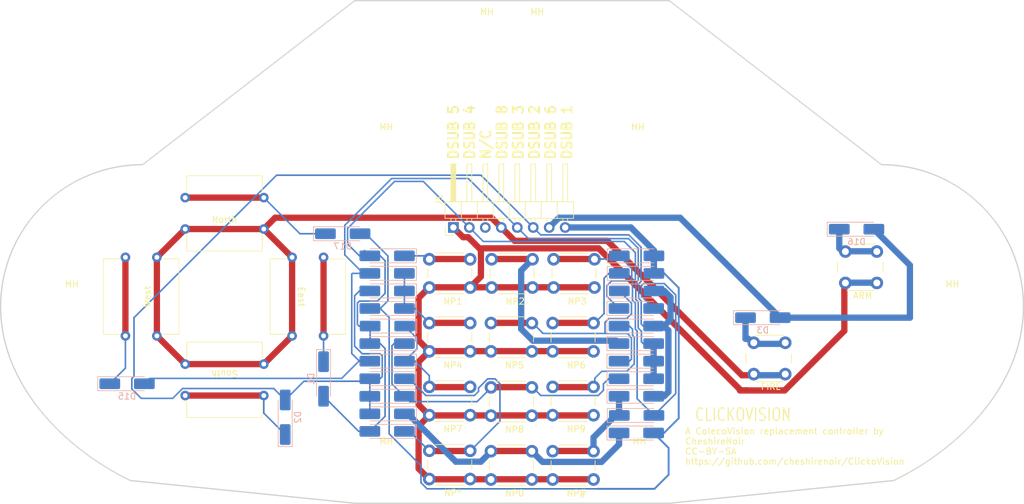
<source format=kicad_pcb>
(kicad_pcb (version 20240108) (generator "pcbnew") (generator_version "8.0")
  (layers (0 "F.Cu" signal) (31 "B.Cu" signal) (34 "B.Paste" user) (35 "F.Paste" user) (36 "B.SilkS" user "B.Silkscreen") (37 "F.SilkS" user "F.Silkscreen") (38 "B.Mask" user) (39 "F.Mask" user) (44 "Edge.Cuts" user))
  (net 0 "")
  (net 1 "Net-(D1-K)")
  (net 2 "/BLACK(DIN4)")
  (net 3 "Net-(D2-K)")
  (net 4 "/GREY(DIN2)")
  (net 5 "/YELLOW(DIN6)")
  (net 6 "Net-(D3-K)")
  (net 7 "Net-(D4-K)")
  (net 8 "Net-(D18-K)")
  (net 9 "Net-(D20-K)")
  (net 10 "/BROWN(DIN3)")
  (net 11 "Net-(D21-K)")
  (net 12 "Net-(D8-K)")
  (net 13 "Net-(D22-K)")
  (net 14 "Net-(D10-K)")
  (net 15 "Net-(D11-K)")
  (net 16 "Net-(D12-K)")
  (net 17 "/ORANGE(DIN1)")
  (net 18 "Net-(D13-K)")
  (net 19 "Net-(D14-K)")
  (net 20 "Net-(D15-K)")
  (net 21 "Net-(D16-K)")
  (net 22 "Net-(D17-K)")
  (net 23 "Net-(D27-K)")
  (net 24 "/WHITE(DIN8)")
  (net 26 "/RED(DIN5)")
  (footprint "CheshBits:DPadSwitch" (layer "F.Cu") (at 83.014 102.462 90)
    (property "Reference" "SW4" (hide yes))
    (property "Value" "West")
  )
  (footprint "CheshBits:SW_PUSH_4pin_6mm" (layer "F.Cu") (at 128.83 116.84)
    (property "Reference" "SW13" (hide yes))
    (property "Value" "NP7")
  )
  (footprint "Connector_PinHeader_2.54mm:PinHeader_1x08_P2.54mm_Horizontal" (layer "F.Cu") (at 132.655 91.461 90)
    (property "Reference" "J1")
    (property "Value" "Conn_01x08_Pin")
  )
  (footprint "CheshBits:SW_PUSH_4pin_6mm" (layer "F.Cu") (at 138.635 106.68)
    (property "Reference" "SW11" (hide yes))
    (property "Value" "NP5")
  )
  (footprint "CheshBits:SnapActionSwitch" (layer "F.Cu") (at 179.42 109.808)
    (property "Reference" "SW6" (hide yes))
    (property "Value" "FIRE")
  )
  (footprint "MountingHole:MountingHole_3.2mm_M3_DIN965" (layer "F.Cu") (at 71.986 104.286)
    (property "Reference" "MH")
    (property "Value" "M3")
  )
  (footprint "MountingHole:MountingHole_3.2mm_M3_DIN965" (layer "F.Cu") (at 145.986 60.96)
    (property "Reference" "MH")
    (property "Value" "M3")
  )
  (footprint "CheshBits:SW_PUSH_4pin_6mm" (layer "F.Cu") (at 128.83 127)
    (property "Reference" "SW16" (hide yes))
    (property "Value" "NP*")
  )
  (footprint "CheshBits:SW_PUSH_4pin_6mm" (layer "F.Cu") (at 128.83 96.52)
    (property "Reference" "SW7" (hide yes))
    (property "Value" "NP1")
  )
  (footprint "MountingHole:MountingHole_3.2mm_M3_DIN965" (layer "F.Cu") (at 137.986 60.96)
    (property "Reference" "MH")
    (property "Value" "M3")
  )
  (footprint "CheshBits:DPadSwitch" (layer "F.Cu") (at 96.264 115.712 180)
    (property "Reference" "SW2" (hide yes))
    (property "Value" "South")
  )
  (footprint "CheshBits:SnapActionSwitch" (layer "F.Cu") (at 193.983 95.29)
    (property "Reference" "SW5" (hide yes))
    (property "Value" "ARM")
  )
  (footprint "CheshBits:SW_PUSH_4pin_6mm" (layer "F.Cu") (at 148.44 106.68)
    (property "Reference" "SW12" (hide yes))
    (property "Value" "NP6")
  )
  (footprint "CheshBits:SW_PUSH_4pin_6mm" (layer "F.Cu") (at 148.44 127.072)
    (property "Reference" "SW18" (hide yes))
    (property "Value" "NP#")
  )
  (footprint "CheshBits:SW_PUSH_4pin_6mm" (layer "F.Cu") (at 128.83 106.68)
    (property "Reference" "SW10" (hide yes))
    (property "Value" "NP4")
  )
  (footprint "CheshBits:SW_PUSH_4pin_6mm" (layer "F.Cu") (at 138.736 96.52)
    (property "Reference" "SW8" (hide yes))
    (property "Value" "NP2")
  )
  (footprint "MountingHole:MountingHole_3.2mm_M3_DIN965" (layer "F.Cu") (at 211.986 104.286)
    (property "Reference" "MH")
    (property "Value" "M3")
  )
  (footprint "CheshBits:SW_PUSH_4pin_6mm" (layer "F.Cu") (at 138.635 127.072)
    (property "Reference" "SW17" (hide yes))
    (property "Value" "NP0")
  )
  (footprint "MountingHole:MountingHole_3.2mm_M3_DIN965" (layer "F.Cu") (at 121.986 129.286)
    (property "Reference" "MH")
    (property "Value" "M3")
  )
  (footprint "CheshBits:SW_PUSH_4pin_6mm" (layer "F.Cu") (at 148.44 116.84)
    (property "Reference" "SW15" (hide yes))
    (property "Value" "NP9")
  )
  (footprint "CheshBits:SW_PUSH_4pin_6mm" (layer "F.Cu") (at 138.635 116.912)
    (property "Reference" "SW14" (hide yes))
    (property "Value" "NP8")
  )
  (footprint "CheshBits:DPadSwitch" (layer "F.Cu") (at 96.264 89.212)
    (property "Reference" "SW1" (hide yes))
    (property "Value" "North")
  )
  (footprint "CheshBits:SW_PUSH_4pin_6mm" (layer "F.Cu") (at 148.59 96.52)
    (property "Reference" "SW9" (hide yes))
    (property "Value" "NP3")
  )
  (footprint "MountingHole:MountingHole_3.2mm_M3_DIN965" (layer "F.Cu") (at 162.24 129.286)
    (property "Reference" "MH")
    (property "Value" "M3")
  )
  (footprint "MountingHole:MountingHole_3.2mm_M3_DIN965" (layer "F.Cu") (at 121.986 79.286)
    (property "Reference" "MH")
    (property "Value" "M3")
  )
  (footprint "CheshBits:DPadSwitch" (layer "F.Cu") (at 109.514 102.462 -90)
    (property "Reference" "SW3" (hide yes))
    (property "Value" "East")
  )
  (footprint "MountingHole:MountingHole_3.2mm_M3_DIN965" (layer "F.Cu") (at 161.986 79.286)
    (property "Reference" "MH")
    (property "Value" "M3")
  )
  (footprint "Diode_SMD:D_MiniMELF_Handsoldering" (layer "B.Cu") (at 161.79 95.976)
    (property "Reference" "D26" (hide yes))
    (property "Value" "1N4148")
  )
  (footprint "Diode_SMD:D_MiniMELF_Handsoldering" (layer "B.Cu") (at 80.772 116.332)
    (property "Reference" "D15")
    (property "Value" "1N4148")
  )
  (footprint "Diode_SMD:D_MiniMELF_Handsoldering" (layer "B.Cu") (at 122.122 95.976 180)
    (property "Reference" "D4" (hide yes))
    (property "Value" "1N4148")
  )
  (footprint "Diode_SMD:D_MiniMELF_Handsoldering" (layer "B.Cu") (at 122.122 98.77 180)
    (property "Reference" "D18" (hide yes))
    (property "Value" "1N4148")
  )
  (footprint "Diode_SMD:D_MiniMELF_Handsoldering" (layer "B.Cu") (at 161.79 101.564)
    (property "Reference" "D9" (hide yes))
    (property "Value" "1N4148")
  )
  (footprint "Diode_SMD:D_MiniMELF_Handsoldering" (layer "B.Cu") (at 161.79 98.77)
    (property "Reference" "D13" (hide yes))
    (property "Value" "1N4148")
  )
  (footprint "Diode_SMD:D_MiniMELF_Handsoldering" (layer "B.Cu") (at 161.746 109.946)
    (property "Reference" "D8" (hide yes))
    (property "Value" "1N4148")
  )
  (footprint "Diode_SMD:D_MiniMELF_Handsoldering" (layer "B.Cu") (at 161.746 118.328)
    (property "Reference" "D28" (hide yes))
    (property "Value" "1N4148")
  )
  (footprint "Diode_SMD:D_MiniMELF_Handsoldering" (layer "B.Cu") (at 122.122 112.74 180)
    (property "Reference" "D6" (hide yes))
    (property "Value" "1N4148")
  )
  (footprint "Diode_SMD:D_MiniMELF_Handsoldering" (layer "B.Cu") (at 161.746 104.358)
    (property "Reference" "D12" (hide yes))
    (property "Value" "1N4148")
  )
  (footprint "Diode_SMD:D_MiniMELF_Handsoldering" (layer "B.Cu") (at 122.122 118.328 180)
    (property "Reference" "D24" (hide yes))
    (property "Value" "1N4148")
  )
  (footprint "Diode_SMD:D_MiniMELF_Handsoldering" (layer "B.Cu") (at 122.122 115.534 180)
    (property "Reference" "D7" (hide yes))
    (property "Value" "1N4148")
  )
  (footprint "Diode_SMD:D_MiniMELF_Handsoldering" (layer "B.Cu") (at 112.014 115.57 -90)
    (property "Reference" "D1")
    (property "Value" "1N4148")
  )
  (footprint "Diode_SMD:D_MiniMELF_Handsoldering" (layer "B.Cu") (at 122.122 101.564 180)
    (property "Reference" "D5" (hide yes))
    (property "Value" "1N4148")
  )
  (footprint "Diode_SMD:D_MiniMELF_Handsoldering" (layer "B.Cu") (at 105.918 121.666 90)
    (property "Reference" "D2")
    (property "Value" "1N4148")
  )
  (footprint "Diode_SMD:D_MiniMELF_Handsoldering" (layer "B.Cu") (at 161.746 107.152)
    (property "Reference" "D27" (hide yes))
    (property "Value" "1N4148")
  )
  (footprint "Diode_SMD:D_MiniMELF_Handsoldering" (layer "B.Cu") (at 122.122 123.916 180)
    (property "Reference" "D21" (hide yes))
    (property "Value" "1N4148")
  )
  (footprint "Diode_SMD:D_MiniMELF_Handsoldering" (layer "B.Cu") (at 122.122 109.946 180)
    (property "Reference" "D23" (hide yes))
    (property "Value" "1N4148")
  )
  (footprint "Diode_SMD:D_MiniMELF_Handsoldering" (layer "B.Cu") (at 122.122 104.358 180)
    (property "Reference" "D19" (hide yes))
    (property "Value" "1N4148")
  )
  (footprint "Diode_SMD:D_MiniMELF_Handsoldering" (layer "B.Cu") (at 122.166 107.152 180)
    (property "Reference" "D20" (hide yes))
    (property "Value" "1N4148")
  )
  (footprint "Diode_SMD:D_MiniMELF_Handsoldering" (layer "B.Cu") (at 181.854 105.818)
    (property "Reference" "D3")
    (property "Value" "1N4148")
  )
  (footprint "Diode_SMD:D_MiniMELF_Handsoldering" (layer "B.Cu") (at 161.79 121.376)
    (property "Reference" "D14" (hide yes))
    (property "Value" "1N4148")
  )
  (footprint "Diode_SMD:D_MiniMELF_Handsoldering" (layer "B.Cu") (at 161.745 115.534)
    (property "Reference" "D10" (hide yes))
    (property "Value" "1N4148")
  )
  (footprint "Diode_SMD:D_MiniMELF_Handsoldering" (layer "B.Cu") (at 161.746 124.17)
    (property "Reference" "D25" (hide yes))
    (property "Value" "1N4148")
  )
  (footprint "Diode_SMD:D_MiniMELF_Handsoldering" (layer "B.Cu") (at 196.7633 91.738)
    (property "Reference" "D16")
    (property "Value" "1N4148")
  )
  (footprint "Diode_SMD:D_MiniMELF_Handsoldering" (layer "B.Cu") (at 115.062 92.456)
    (property "Reference" "D17")
    (property "Value" "1N4148")
  )
  (footprint "Diode_SMD:D_MiniMELF_Handsoldering" (layer "B.Cu") (at 161.746 112.74)
    (property "Reference" "D22" (hide yes))
    (property "Value" "1N4148")
  )
  (footprint "Diode_SMD:D_MiniMELF_Handsoldering" (layer "B.Cu") (at 122.122 121.122 180)
    (property "Reference" "D11" (hide yes))
    (property "Value" "1N4148")
  )
  (gr_line (start 166.986 135.3523) (end 116.986 135.3523) (stroke (width 0.2)) (layer "Edge.Cuts"))
  (gr_curve (pts (xy 202.6993 131.7341) (xy 213.1932 126.6259) (xy 223.3016 116.5175) (xy 223.3016 104.0481)) (stroke (width 0.2)) (layer "Edge.Cuts"))
  (gr_line (start 83.2482 81.4703) (end 116.986 55.358) (stroke (width 0.2)) (layer "Edge.Cuts"))
  (gr_line (start 116.986 55.358) (end 166.986 55.358) (stroke (width 0.2)) (layer "Edge.Cuts"))
  (gr_line (start 116.986 135.3523) (end 81.2727 131.7341) (stroke (width 0.2)) (layer "Edge.Cuts"))
  (gr_line (start 200.7238 81.4703) (end 166.986 55.358) (stroke (width 0.2)) (layer "Edge.Cuts"))
  (gr_curve (pts (xy 81.2727 131.7341) (xy 70.7788 126.6259) (xy 60.6704 116.5175) (xy 60.6704 104.0481)) (stroke (width 0.2)) (layer "Edge.Cuts"))
  (gr_curve (pts (xy 60.6704 104.0481) (xy 60.6704 91.5787) (xy 70.7788 81.4703) (xy 83.2482 81.4703)) (stroke (width 0.2)) (layer "Edge.Cuts"))
  (gr_line (start 166.986 135.3523) (end 202.6993 131.7341) (stroke (width 0.2)) (layer "Edge.Cuts"))
  (gr_curve (pts (xy 223.3016 104.0481) (xy 223.3016 91.5787) (xy 213.1932 81.4703) (xy 200.7238 81.4703)) (stroke (width 0.2)) (layer "Edge.Cuts"))
  (gr_text "A ColecoVision replacement controller by\nCheshireNoir\nCC-BY-SA\nhttps://github.com/cheshirenoir/ClickoVision" (at 169.418 129.286 0) (layer "F.SilkS") (effects (font (size 1 1)) (justify left bottom)))
  (gr_text "CLICKOVISION" (at 170.942 122.428 0) (layer "F.SilkS") (effects (font (size 2 1.5) (thickness 0.2)) (justify left bottom)))
  (gr_text "DSUB 5\nDSUB 4\nN/C\nDSUB 8\nDSUB 3\nDSUB 2\nDSUB 6\nDSUB 1" (at 151.638 80.772 90) (layer "F.SilkS") (effects (font (size 1.6 1.5) (thickness 0.3) (bold yes)) (justify left bottom)))
  (segment (start 112.014 96.212) (end 112.014 108.712) (width 1) (layer "F.Cu") (net 1))
  (segment (start 112.014 112.82) (end 112.014 108.712) (width 0.25) (layer "B.Cu") (net 1))
  (segment (start 161.871 107.935) (end 161.596 107.66) (width 0.25) (layer "B.Cu") (net 2))
  (segment (start 164.54 121.376) (end 168.009 117.907) (width 0.25) (layer "B.Cu") (net 2))
  (segment (start 161.1351 103.040604) (end 161.1351 100.131396) (width 0.25) (layer "B.Cu") (net 2))
  (segment (start 117.722 95.976) (end 115.837 94.091) (width 0.25) (layer "B.Cu") (net 2))
  (segment (start 137.424 93.69) (end 135.195 91.461) (width 0.25) (layer "B.Cu") (net 2))
  (segment (start 166.1851 100.389) (end 162.8949 100.389) (width 0.25) (layer "B.Cu") (net 2))
  (segment (start 117.61 123.916) (end 119.372 123.916) (width 0.25) (layer "B.Cu") (net 2))
  (segment (start 161.596 107.66) (end 161.596 103.501504) (width 0.25) (layer "B.Cu") (net 2))
  (segment (start 120.5731 103.183) (end 117.7269 103.183) (width 0.25) (layer "B.Cu") (net 2))
  (segment (start 162.565 102.427) (end 164.496 104.358) (width 0.25) (layer "B.Cu") (net 2))
  (segment (start 162.8949 100.389) (end 162.565 100.7189) (width 0.25) (layer "B.Cu") (net 2))
  (segment (start 117.7269 103.183) (end 117.397 103.5129) (width 0.25) (layer "B.Cu") (net 2))
  (segment (start 121.797 121.5171) (end 119.3981 123.916) (width 0.25) (layer "B.Cu") (net 2))
  (segment (start 121.797 96.751) (end 121.797 101.9591) (width 0.25) (layer "B.Cu") (net 2))
  (segment (start 117.397 103.5129) (end 117.397 106.895) (width 0.25) (layer "B.Cu") (net 2))
  (segment (start 119.416 107.152) (end 119.416 109.902) (width 0.25) (layer "B.Cu") (net 2))
  (segment (start 162.565 100.7189) (end 162.565 102.427) (width 0.25) (layer "B.Cu") (net 2))
  (segment (start 168.009 117.907) (end 168.009 102.2129) (width 0.25) (layer "B.Cu") (net 2))
  (segment (start 117.397 106.895) (end 117.654 107.152) (width 0.25) (layer "B.Cu") (net 2))
  (segment (start 115.837 91.6109) (end 123.318 84.1299) (width 0.25) (layer "B.Cu") (net 2))
  (segment (start 121.797 101.9591) (end 120.5731 103.183) (width 0.25) (layer "B.Cu") (net 2))
  (segment (start 119.372 109.946) (end 121.022 109.946) (width 0.25) (layer "B.Cu") (net 2))
  (segment (start 161.596 95.468) (end 159.818 93.69) (width 0.25) (layer "B.Cu") (net 2))
  (segment (start 161.1351 100.131396) (end 161.596 99.670496) (width 0.25) (layer "B.Cu") (net 2))
  (segment (start 119.416 109.902) (end 119.372 109.946) (width 0.25) (layer "B.Cu") (net 2))
  (segment (start 118.522 95.126) (end 119.372 95.976) (width 0.25) (layer "B.Cu") (net 2))
  (segment (start 159.818 93.69) (end 137.424 93.69) (width 0.25) (layer "B.Cu") (net 2))
  (segment (start 168.009 102.2129) (end 166.1851 100.389) (width 0.25) (layer "B.Cu") (net 2))
  (segment (start 161.871 118.707) (end 161.871 107.935) (width 0.25) (layer "B.Cu") (net 2))
  (segment (start 119.372 95.976) (end 117.722 95.976) (width 0.25) (layer "B.Cu") (net 2))
  (segment (start 121.797 110.721) (end 121.797 121.5171) (width 0.25) (layer "B.Cu") (net 2))
  (segment (start 115.837 94.091) (end 115.837 91.6109) (width 0.25) (layer "B.Cu") (net 2))
  (segment (start 127.8639 84.1299) (end 135.195 91.461) (width 0.25) (layer "B.Cu") (net 2))
  (segment (start 117.654 107.152) (end 119.416 107.152) (width 0.25) (layer "B.Cu") (net 2))
  (segment (start 164.54 121.376) (end 161.871 118.707) (width 0.25) (layer "B.Cu") (net 2))
  (segment (start 112.014 118.32) (end 117.61 123.916) (width 0.25) (layer "B.Cu") (net 2))
  (segment (start 119.3981 123.916) (end 119.372 123.916) (width 0.25) (layer "B.Cu") (net 2))
  (segment (start 121.022 95.976) (end 121.797 96.751) (width 0.25) (layer "B.Cu") (net 2))
  (segment (start 161.596 99.670496) (end 161.596 95.468) (width 0.25) (layer "B.Cu") (net 2))
  (segment (start 161.596 103.501504) (end 161.1351 103.040604) (width 0.25) (layer "B.Cu") (net 2))
  (segment (start 121.022 109.946) (end 121.797 110.721) (width 0.25) (layer "B.Cu") (net 2))
  (segment (start 119.372 95.976) (end 121.022 95.976) (width 0.25) (layer "B.Cu") (net 2))
  (segment (start 123.318 84.1299) (end 127.8639 84.1299) (width 0.25) (layer "B.Cu") (net 2))
  (segment (start 90.014 118.212) (end 102.514 118.212) (width 1) (layer "F.Cu") (net 3))
  (segment (start 102.514 121.012) (end 105.918 124.416) (width 0.25) (layer "B.Cu") (net 3))
  (segment (start 102.514 118.212) (end 102.514 121.012) (width 0.25) (layer "B.Cu") (net 3))
  (segment (start 121.347 111.8949) (end 121.347 115.209) (width 0.25) (layer "B.Cu") (net 4))
  (segment (start 166.146 107.152) (end 164.496 107.152) (width 1) (layer "B.Cu") (net 4))
  (segment (start 166.846 107.852) (end 166.146 107.152) (width 1) (layer "B.Cu") (net 4))
  (segment (start 81.534 117.1641) (end 83.032151 118.662251) (width 0.25) (layer "B.Cu") (net 4))
  (segment (start 145.355 91.461) (end 137.037 83.143) (width 0.25) (layer "B.Cu") (net 4))
  (segment (start 162.496 100.043288) (end 162.496 94.587208) (width 0.25) (layer "B.Cu") (net 4))
  (segment (start 119.372 101.564) (end 117.722 101.564) (width 0.25) (layer "B.Cu") (net 4))
  (segment (start 164.54 101.564) (end 166.19 101.564) (width 1) (layer "B.Cu") (net 4))
  (segment (start 167.184 102.558) (end 167.184 106.114) (width 1) (layer "B.Cu") (net 4))
  (segment (start 104.096 117.094) (end 105.918 118.916) (width 0.25) (layer "B.Cu") (net 4))
  (segment (start 162.115 100.424288) (end 162.496 100.043288) (width 0.25) (layer "B.Cu") (net 4))
  (segment (start 118.974 115.932) (end 108.902 115.932) (width 0.25) (layer "B.Cu") (net 4))
  (segment (start 162.496 94.587208) (end 160.544792 92.636) (width 0.25) (layer "B.Cu") (net 4))
  (segment (start 164.496 118.328) (end 166.146 118.328) (width 1) (layer "B.Cu") (net 4))
  (segment (start 104.545749 83.143) (end 81.8769 105.811849) (width 0.25) (layer "B.Cu") (net 4))
  (segment (start 162.521 103.153712) (end 162.115 102.747712) (width 0.25) (layer "B.Cu") (net 4))
  (segment (start 81.8769 105.811849) (end 81.8769 115.157) (width 0.25) (layer "B.Cu") (net 4))
  (segment (start 81.8769 115.157) (end 81.534 115.4999) (width 0.25) (layer "B.Cu") (net 4))
  (segment (start 166.146 118.328) (end 166.846 117.628) (width 1) (layer "B.Cu") (net 4))
  (segment (start 162.115 102.747712) (end 162.115 100.424288) (width 0.25) (layer "B.Cu") (net 4))
  (segment (start 88.026498 118.662251) (end 89.594749 117.094) (width 0.25) (layer "B.Cu") (net 4))
  (segment (start 119.372 115.534) (end 118.974 115.932) (width 0.25) (layer "B.Cu") (net 4))
  (segment (start 81.534 115.4999) (end 81.534 117.1641) (width 0.25) (layer "B.Cu") (net 4))
  (segment (start 89.594749 117.094) (end 104.096 117.094) (width 0.25) (layer "B.Cu") (net 4))
  (segment (start 137.037 83.143) (end 104.545749 83.143) (width 0.25) (layer "B.Cu") (net 4))
  (segment (start 160.544792 92.636) (end 146.53 92.636) (width 0.25) (layer "B.Cu") (net 4))
  (segment (start 166.846 117.628) (end 166.846 107.852) (width 1) (layer "B.Cu") (net 4))
  (segment (start 162.846 107.152) (end 162.521 106.827) (width 0.25) (layer "B.Cu") (net 4))
  (segment (start 116.947 102.339) (end 116.947 110.3411) (width 0.25) (layer "B.Cu") (net 4))
  (segment (start 121.0171 111.565) (end 121.347 111.8949) (width 0.25) (layer "B.Cu") (net 4))
  (segment (start 164.496 107.152) (end 162.846 107.152) (width 0.25) (layer "B.Cu") (net 4))
  (segment (start 116.947 110.3411) (end 118.1709 111.565) (width 0.25) (layer "B.Cu") (net 4))
  (segment (start 121.022 115.534) (end 119.372 115.534) (width 0.25) (layer "B.Cu") (net 4))
  (segment (start 119.372 115.534) (end 119.372 121.122) (width 0.25) (layer "B.Cu") (net 4))
  (segment (start 117.722 101.564) (end 116.947 102.339) (width 0.25) (layer "B.Cu") (net 4))
  (segment (start 146.53 92.636) (end 145.355 91.461) (width 0.25) (layer "B.Cu") (net 4))
  (segment (start 121.347 115.209) (end 121.022 115.534) (width 0.25) (layer "B.Cu") (net 4))
  (segment (start 166.19 101.564) (end 167.184 102.558) (width 1) (layer "B.Cu") (net 4))
  (segment (start 162.521 106.827) (end 162.521 103.153712) (width 0.25) (layer "B.Cu") (net 4))
  (segment (start 167.184 106.114) (end 166.146 107.152) (width 1) (layer "B.Cu") (net 4))
  (segment (start 83.032151 118.662251) (end 88.026498 118.662251) (width 0.25) (layer "B.Cu") (net 4))
  (segment (start 108.902 115.932) (end 105.918 118.916) (width 0.25) (layer "B.Cu") (net 4))
  (segment (start 118.1709 111.565) (end 121.0171 111.565) (width 0.25) (layer "B.Cu") (net 4))
  (segment (start 184.604 105.818) (end 168.697 89.911) (width 1) (layer "B.Cu") (net 5))
  (segment (start 205.2434 105.818) (end 205.2434 97.4681) (width 1) (layer "B.Cu") (net 5))
  (segment (start 168.697 89.911) (end 149.445 89.911) (width 1) (layer "B.Cu") (net 5))
  (segment (start 149.445 89.911) (end 147.895 91.461) (width 1) (layer "B.Cu") (net 5))
  (segment (start 205.2434 97.4681) (end 199.5133 91.738) (width 1) (layer "B.Cu") (net 5))
  (segment (start 184.604 105.818) (end 205.2434 105.818) (width 1) (layer "B.Cu") (net 5))
  (segment (start 180.34 109.982) (end 185.34 109.982) (width 1) (layer "B.Cu") (net 6))
  (segment (start 179.104 105.818) (end 179.104 109.18) (width 1) (layer "B.Cu") (net 6))
  (segment (start 179.538 109.18) (end 180.34 109.982) (width 1) (layer "B.Cu") (net 6))
  (segment (start 179.104 109.18) (end 179.538 109.18) (width 1) (layer "B.Cu") (net 6))
  (segment (start 135.33 96.484) (end 128.83 96.484) (width 1) (layer "F.Cu") (net 7))
  (segment (start 124.872 95.976) (end 128.322 95.976) (width 0.25) (layer "B.Cu") (net 7))
  (segment (start 128.322 95.976) (end 128.83 96.484) (width 0.25) (layer "B.Cu") (net 7))
  (segment (start 135.33 106.644) (end 128.83 106.644) (width 1) (layer "F.Cu") (net 8))
  (segment (start 124.872 98.77) (end 124.872 104.358) (width 0.25) (layer "B.Cu") (net 8))
  (segment (start 126.544 104.358) (end 128.83 106.644) (width 0.25) (layer "B.Cu") (net 8))
  (segment (start 124.872 104.358) (end 126.544 104.358) (width 0.25) (layer "B.Cu") (net 8))
  (segment (start 128.83 116.876) (end 135.33 116.876) (width 1) (layer "F.Cu") (net 9))
  (segment (start 126.847 110.7911) (end 124.8981 112.74) (width 0.25) (layer "B.Cu") (net 9))
  (segment (start 128.83 115.048) (end 128.83 116.876) (width 0.25) (layer "B.Cu") (net 9))
  (segment (start 126.847 109.083) (end 126.847 110.7911) (width 0.25) (layer "B.Cu") (net 9))
  (segment (start 124.872 112.74) (end 126.522 112.74) (width 0.25) (layer "B.Cu") (net 9))
  (segment (start 126.522 112.74) (end 128.83 115.048) (width 0.25) (layer "B.Cu") (net 9))
  (segment (start 124.916 107.152) (end 126.847 109.083) (width 0.25) (layer "B.Cu") (net 9))
  (segment (start 124.8981 112.74) (end 124.872 112.74) (width 0.25) (layer "B.Cu") (net 9))
  (segment (start 114.896 115.482) (end 117.638 112.74) (width 0.25) (layer "B.Cu") (net 10))
  (segment (start 117.722 112.74) (end 116.497 111.515) (width 0.25) (layer "B.Cu") (net 10))
  (segment (start 84.372 115.482) (end 114.896 115.482) (width 0.25) (layer "B.Cu") (net 10))
  (segment (start 116.497 111.515) (end 116.497 98.895) (width 0.25) (layer "B.Cu") (net 10))
  (segment (start 135.024 83.67) (end 122.832 83.67) (width 0.25) (layer "B.Cu") (net 10))
  (segment (start 122.832 83.67) (end 115.387 91.115) (width 0.25) (layer "B.Cu") (net 10))
  (segment (start 162.554 107.981604) (end 162.554 109.654) (width 0.25) (layer "B.Cu") (net 10))
  (segment (start 164.496 109.946) (end 164.496 115.533) (width 1) (layer "B.Cu") (net 10))
  (segment (start 116.497 98.895) (end 116.622 98.77) (width 0.25) (layer "B.Cu") (net 10))
  (segment (start 162.046 107.473604) (end 162.554 107.981604) (width 0.25) (layer "B.Cu") (net 10))
  (segment (start 117.638 112.74) (end 119.372 112.74) (width 0.25) (layer "B.Cu") (net 10))
  (segment (start 116.622 98.77) (end 119.372 98.77) (width 0.25) (layer "B.Cu") (net 10))
  (segment (start 162.046 103.315108) (end 162.046 107.473604) (width 0.25) (layer "B.Cu") (net 10))
  (segment (start 115.387 95.829) (end 118.328 98.77) (width 0.25) (layer "B.Cu") (net 10))
  (segment (start 161.665 100.237892) (end 161.665 102.934108) (width 0.25) (layer "B.Cu") (net 10))
  (segment (start 119.372 112.74) (end 117.722 112.74) (width 0.25) (layer "B.Cu") (net 10))
  (segment (start 164.496 115.533) (end 164.495 115.534) (width 1) (layer "B.Cu") (net 10))
  (segment (start 162.846 109.946) (end 164.496 109.946) (width 0.25) (layer "B.Cu") (net 10))
  (segment (start 135.024 83.67) (end 142.815 91.461) (width 0.25) (layer "B.Cu") (net 10))
  (segment (start 115.387 91.115) (end 115.387 95.829) (width 0.25) (layer "B.Cu") (net 10))
  (segment (start 161.665 102.934108) (end 162.046 103.315108) (width 0.25) (layer "B.Cu") (net 10))
  (segment (start 142.815 91.461) (end 144.594 93.24) (width 0.25) (layer "B.Cu") (net 10))
  (segment (start 144.594 93.24) (end 160.512396 93.24) (width 0.25) (layer "B.Cu") (net 10))
  (segment (start 118.328 98.77) (end 119.372 98.77) (width 0.25) (layer "B.Cu") (net 10))
  (segment (start 162.046 99.856892) (end 161.665 100.237892) (width 0.25) (layer "B.Cu") (net 10))
  (segment (start 160.512396 93.24) (end 162.046 94.773604) (width 0.25) (layer "B.Cu") (net 10))
  (segment (start 162.046 94.773604) (end 162.046 99.856892) (width 0.25) (layer "B.Cu") (net 10))
  (segment (start 83.522 116.332) (end 84.372 115.482) (width 0.25) (layer "B.Cu") (net 10))
  (segment (start 162.554 109.654) (end 162.846 109.946) (width 0.25) (layer "B.Cu") (net 10))
  (segment (start 135.33 127.036) (end 128.83 127.036) (width 1) (layer "F.Cu") (net 11))
  (segment (start 136.652 117.563) (end 136.014 118.201) (width 0.25) (layer "B.Cu") (net 11))
  (segment (start 128.281167 118.201) (end 125.614167 115.534) (width 0.25) (layer "B.Cu") (net 11))
  (segment (start 138.122167 115.551) (end 136.652 117.021167) (width 0.25) (layer "B.Cu") (net 11))
  (segment (start 128.83 127.036) (end 125.71 123.916) (width 0.25) (layer "B.Cu") (net 11))
  (segment (start 125.614167 115.534) (end 124.872 115.534) (width 0.25) (layer "B.Cu") (net 11))
  (segment (start 139.284833 115.551) (end 138.122167 115.551) (width 0.25) (layer "B.Cu") (net 11))
  (segment (start 136.014 118.201) (end 128.281167 118.201) (width 0.25) (layer "B.Cu") (net 11))
  (segment (start 140.061 116.327167) (end 139.284833 115.551) (width 0.25) (layer "B.Cu") (net 11))
  (segment (start 135.33 127.036) (end 140.061 122.305) (width 0.25) (layer "B.Cu") (net 11))
  (segment (start 140.061 122.305) (end 140.061 116.327167) (width 0.25) (layer "B.Cu") (net 11))
  (segment (start 136.652 117.021167) (end 136.652 117.563) (width 0.25) (layer "B.Cu") (net 11))
  (segment (start 125.71 123.916) (end 124.872 123.916) (width 0.25) (layer "B.Cu") (net 11))
  (segment (start 138.736 96.484) (end 145.236 96.484) (width 1) (layer "F.Cu") (net 12))
  (segment (start 143.435 98.321) (end 145.236 96.52) (width 1) (layer "B.Cu") (net 12))
  (segment (start 145.294 109.48) (end 143.435 107.621) (width 1) (layer "B.Cu") (net 12))
  (segment (start 158.996 109.946) (end 158.53 109.48) (width 1) (layer "B.Cu") (net 12))
  (segment (start 143.435 107.621) (end 143.435 98.321) (width 1) (layer "B.Cu") (net 12))
  (segment (start 158.53 109.48) (end 145.294 109.48) (width 1) (layer "B.Cu") (net 12))
  (segment (start 145.236 106.644) (end 138.736 106.644) (width 1) (layer "F.Cu") (net 13))
  (segment (start 146.919 108.327) (end 145.236 106.644) (width 0.25) (layer "B.Cu") (net 13))
  (segment (start 160.646 112.74) (end 160.971 112.415) (width 0.25) (layer "B.Cu") (net 13))
  (segment (start 156.77 108.327) (end 146.919 108.327) (width 0.25) (layer "B.Cu") (net 13))
  (segment (start 160.1971 105.977) (end 157.3509 105.977) (width 0.25) (layer "B.Cu") (net 13))
  (segment (start 160.971 105.2031) (end 160.1971 105.977) (width 0.25) (layer "B.Cu") (net 13))
  (segment (start 158.996 112.74) (end 160.646 112.74) (width 0.25) (layer "B.Cu") (net 13))
  (segment (start 159.04 101.564) (end 159.04 101.5819) (width 0.25) (layer "B.Cu") (net 13))
  (segment (start 160.696 108.8259) (end 160.696 108.697) (width 0.25) (layer "B.Cu") (net 13))
  (segment (start 160.971 103.5129) (end 160.971 105.2031) (width 0.25) (layer "B.Cu") (net 13))
  (segment (start 157.3509 105.977) (end 156.77 106.5579) (width 0.25) (layer "B.Cu") (net 13))
  (segment (start 159.04 101.5819) (end 160.971 103.5129) (width 0.25) (layer "B.Cu") (net 13))
  (segment (start 160.696 108.697) (end 160.326 108.327) (width 0.25) (layer "B.Cu") (net 13))
  (segment (start 160.971 109.1009) (end 160.696 108.8259) (width 0.25) (layer "B.Cu") (net 13))
  (segment (start 156.77 106.5579) (end 156.77 108.327) (width 0.25) (layer "B.Cu") (net 13))
  (segment (start 160.971 112.415) (end 160.971 109.1009) (width 0.25) (layer "B.Cu") (net 13))
  (segment (start 160.326 108.327) (end 156.77 108.327) (width 0.25) (layer "B.Cu") (net 13))
  (segment (start 138.736 116.876) (end 145.236 116.876) (width 1) (layer "F.Cu") (net 14))
  (segment (start 124.8459 118.328) (end 124.872 118.328) (width 0.25) (layer "B.Cu") (net 14))
  (segment (start 156.516 116.363) (end 156.516 117.375833) (width 0.25) (layer "B.Cu") (net 14))
  (segment (start 158.995 115.534) (end 157.345 115.534) (width 0.25) (layer "B.Cu") (net 14))
  (segment (start 124.872 118.328) (end 125.722 119.178) (width 0.25) (layer "B.Cu") (net 14))
  (segment (start 124.872 109.946) (end 123.222 109.946) (width 0.25) (layer "B.Cu") (net 14))
  (segment (start 146.561 118.201) (end 145.236 116.876) (width 0.25) (layer "B.Cu") (net 14))
  (segment (start 125.722 119.178) (end 136.434 119.178) (width 0.25) (layer "B.Cu") (net 14))
  (segment (start 157.345 115.534) (end 156.516 116.363) (width 0.25) (layer "B.Cu") (net 14))
  (segment (start 122.897 116.3791) (end 124.8459 118.328) (width 0.25) (layer "B.Cu") (net 14))
  (segment (start 123.222 109.946) (end 122.897 110.271) (width 0.25) (layer "B.Cu") (net 14))
  (segment (start 156.516 117.375833) (end 155.690833 118.201) (width 0.25) (layer "B.Cu") (net 14))
  (segment (start 136.434 119.178) (end 138.736 116.876) (width 0.25) (layer "B.Cu") (net 14))
  (segment (start 155.690833 118.201) (end 146.561 118.201) (width 0.25) (layer "B.Cu") (net 14))
  (segment (start 122.897 110.271) (end 122.897 116.3791) (width 0.25) (layer "B.Cu") (net 14))
  (segment (start 145.236 127.036) (end 138.736 127.036) (width 1) (layer "F.Cu") (net 15))
  (segment (start 146.835 128.772) (end 145.135 127.072) (width 1) (layer "B.Cu") (net 15))
  (segment (start 138.736 127.036) (end 137.036 128.736) (width 1) (layer "B.Cu") (net 15))
  (segment (start 158.996 124.17) (end 158.996 125.992) (width 1) (layer "B.Cu") (net 15))
  (segment (start 133.04243 128.736) (end 125.42843 121.122) (width 1) (layer "B.Cu") (net 15))
  (segment (start 156.216 128.772) (end 146.835 128.772) (width 1) (layer "B.Cu") (net 15))
  (segment (start 137.036 128.736) (end 133.04243 128.736) (width 1) (layer "B.Cu") (net 15))
  (segment (start 158.996 125.992) (end 156.216 128.772) (width 1) (layer "B.Cu") (net 15))
  (segment (start 125.42843 121.122) (end 124.872 121.122) (width 1) (layer "B.Cu") (net 15))
  (segment (start 148.388 96.484) (end 154.888 96.484) (width 1) (layer "F.Cu") (net 16))
  (segment (start 157.065 102.427) (end 157.065 100.7189) (width 0.25) (layer "B.Cu") (net 16))
  (segment (start 161.015 99.6151) (end 161.015 97.9249) (width 0.25) (layer "B.Cu") (net 16))
  (segment (start 158.548 95.976) (end 158.04 96.484) (width 0.25) (layer "B.Cu") (net 16))
  (segment (start 158.04 96.484) (end 154.888 96.484) (width 0.25) (layer "B.Cu") (net 16))
  (segment (start 160.6851 99.945) (end 161.015 99.6151) (width 0.25) (layer "B.Cu") (net 16))
  (segment (start 159.0661 95.976) (end 159.04 95.976) (width 0.25) (layer "B.Cu") (net 16))
  (segment (start 158.996 104.358) (end 157.065 102.427) (width 0.25) (layer "B.Cu") (net 16))
  (segment (start 159.04 95.976) (end 158.548 95.976) (width 0.25) (layer "B.Cu") (net 16))
  (segment (start 161.015 97.9249) (end 159.0661 95.976) (width 0.25) (layer "B.Cu") (net 16))
  (segment (start 157.8389 99.945) (end 160.6851 99.945) (width 0.25) (layer "B.Cu") (net 16))
  (segment (start 157.065 100.7189) (end 157.8389 99.945) (width 0.25) (layer "B.Cu") (net 16))
  (segment (start 164.54 98.77) (end 166.19 98.77) (width 0.3) (layer "B.Cu") (net 17))
  (segment (start 128.480167 133.06) (end 155.606 133.06) (width 0.25) (layer "B.Cu") (net 17))
  (segment (start 121.022 104.358) (end 122.247 103.133) (width 0.25) (layer "B.Cu") (net 17))
  (segment (start 122.247 103.133) (end 122.247 95.997) (width 0.25) (layer "B.Cu") (net 17))
  (segment (start 164.54 95.976) (end 164.54 98.77) (width 1) (layer "B.Cu") (net 17))
  (segment (start 122.447 105.783) (end 122.447 124.3111) (width 0.25) (layer "B.Cu") (net 17))
  (segment (start 168.484 121.832) (end 166.146 124.17) (width 0.3) (layer "B.Cu") (net 17))
  (segment (start 166.19 98.77) (end 168.484 101.064) (width 0.3) (layer "B.Cu") (net 17))
  (segment (start 164.54 95.126) (end 160.875 91.461) (width 1) (layer "B.Cu") (net 17))
  (segment (start 166.878 126.552) (end 166.878 130.81) (width 0.3) (layer "B.Cu") (net 17))
  (segment (start 160.875 91.461) (end 150.435 91.461) (width 1) (layer "B.Cu") (net 17))
  (segment (start 127.505 132.084833) (end 128.480167 133.06) (width 0.25) (layer "B.Cu") (net 17))
  (segment (start 122.447 124.3111) (end 127.505 129.3691) (width 0.25) (layer "B.Cu") (net 17))
  (segment (start 164.496 124.17) (end 166.878 126.552) (width 0.3) (layer "B.Cu") (net 17))
  (segment (start 164.628 133.06) (end 155.606 133.06) (width 0.3) (layer "B.Cu") (net 17))
  (segment (start 118.706 92.456) (end 117.812 92.456) (width 0.25) (layer "B.Cu") (net 17))
  (segment (start 166.146 124.17) (end 164.496 124.17) (width 0.3) (layer "B.Cu") (net 17))
  (segment (start 127.505 129.3691) (end 127.505 132.084833) (width 0.25) (layer "B.Cu") (net 17))
  (segment (start 121.022 104.358) (end 119.372 104.358) (width 0.25) (layer "B.Cu") (net 17))
  (segment (start 166.878 130.81) (end 164.628 133.06) (width 0.3) (layer "B.Cu") (net 17))
  (segment (start 168.484 101.064) (end 168.484 121.832) (width 0.3) (layer "B.Cu") (net 17))
  (segment (start 121.022 104.358) (end 122.447 105.783) (width 0.25) (layer "B.Cu") (net 17))
  (segment (start 164.54 95.976) (end 164.54 95.126) (width 1) (layer "B.Cu") (net 17))
  (segment (start 122.247 95.997) (end 118.706 92.456) (width 0.25) (layer "B.Cu") (net 17))
  (segment (start 155.142 106.644) (end 148.642 106.644) (width 1) (layer "F.Cu") (net 18))
  (segment (start 157.39 98.77) (end 156.615 99.545) (width 0.25) (layer "B.Cu") (net 18))
  (segment (start 159.04 98.77) (end 157.39 98.77) (width 0.25) (layer "B.Cu") (net 18))
  (segment (start 156.615 105.171) (end 155.142 106.644) (width 0.25) (layer "B.Cu") (net 18))
  (segment (start 156.615 99.545) (end 156.615 105.171) (width 0.25) (layer "B.Cu") (net 18))
  (segment (start 155.142 127.036) (end 148.642 127.036) (width 1) (layer "F.Cu") (net 19))
  (segment (start 154.94 124.87557) (end 158.43957 121.376) (width 1) (layer "B.Cu") (net 19))
  (segment (start 158.996 121.332) (end 159.04 121.376) (width 1) (layer "B.Cu") (net 19))
  (segment (start 154.94 127.072) (end 154.94 124.87557) (width 1) (layer "B.Cu") (net 19))
  (segment (start 158.996 118.328) (end 158.996 121.332) (width 1) (layer "B.Cu") (net 19))
  (segment (start 158.43957 121.376) (end 159.04 121.376) (width 1) (layer "B.Cu") (net 19))
  (segment (start 80.514 96.212) (end 80.514 108.712) (width 1) (layer "F.Cu") (net 20))
  (segment (start 80.514 113.84) (end 80.514 108.712) (width 0.25) (layer "B.Cu") (net 20))
  (segment (start 78.022 116.332) (end 80.514 113.84) (width 0.25) (layer "B.Cu") (net 20))
  (segment (start 194.0133 91.738) (end 194.0133 94.75) (width 1) (layer "B.Cu") (net 21))
  (segment (start 194.0133 94.75) (end 194.3033 95.04) (width 1) (layer "B.Cu") (net 21))
  (segment (start 194.818 95.25) (end 199.818 95.25) (width 1) (layer "B.Cu") (net 21))
  (segment (start 90.014 86.712) (end 102.514 86.712) (width 1) (layer "F.Cu") (net 22))
  (segment (start 108.258 92.456) (end 102.514 86.712) (width 0.25) (layer "B.Cu") (net 22))
  (segment (start 112.312 92.456) (end 108.258 92.456) (width 0.25) (layer "B.Cu") (net 22))
  (segment (start 148.642 116.876) (end 155.142 116.876) (width 1) (layer "F.Cu") (net 23))
  (segment (start 161.146 107.652) (end 161.146 108.639504) (width 0.25) (layer "B.Cu") (net 23))
  (segment (start 158.996 107.152) (end 160.646 107.152) (width 0.25) (layer "B.Cu") (net 23))
  (segment (start 161.421 113.169) (end 160.231 114.359) (width 0.25) (layer "B.Cu") (net 23))
  (segment (start 155.142 115.461787) (end 155.142 116.876) (width 0.25) (layer "B.Cu") (net 23))
  (segment (start 156.244787 114.359) (end 155.142 115.461787) (width 0.25) (layer "B.Cu") (net 23))
  (segment (start 161.146 108.639504) (end 161.421 108.914504) (width 0.25) (layer "B.Cu") (net 23))
  (segment (start 160.231 114.359) (end 156.244787 114.359) (width 0.25) (layer "B.Cu") (net 23))
  (segment (start 161.421 108.914504) (end 161.421 113.169) (width 0.25) (layer "B.Cu") (net 23))
  (segment (start 160.646 107.152) (end 161.146 107.652) (width 0.25) (layer "B.Cu") (net 23))
  (segment (start 138.725 89.911) (end 104.315 89.911) (width 1) (layer "F.Cu") (net 24))
  (segment (start 85.514 108.712) (end 85.514 96.212) (width 1) (layer "F.Cu") (net 24))
  (segment (start 104.315 89.911) (end 102.514 91.712) (width 1) (layer "F.Cu") (net 24))
  (segment (start 140.275 91.461) (end 138.725 89.911) (width 1) (layer "F.Cu") (net 24))
  (segment (start 90.014 113.212) (end 85.514 108.712) (width 1) (layer "F.Cu") (net 24))
  (segment (start 157.134 93.584) (end 178.532 114.982) (width 1) (layer "F.Cu") (net 24))
  (segment (start 140.275 91.461) (end 142.398 93.584) (width 1) (layer "F.Cu") (net 24))
  (segment (start 102.514 113.212) (end 90.014 113.212) (width 1) (layer "F.Cu") (net 24))
  (segment (start 107.014 96.212) (end 107.014 108.712) (width 1) (layer "F.Cu") (net 24))
  (segment (start 102.514 91.712) (end 107.014 96.212) (width 1) (layer "F.Cu") (net 24))
  (segment (start 90.014 91.712) (end 102.514 91.712) (width 1) (layer "F.Cu") (net 24))
  (segment (start 107.014 108.712) (end 102.514 113.212) (width 1) (layer "F.Cu") (net 24))
  (segment (start 85.514 96.212) (end 90.014 91.712) (width 1) (layer "F.Cu") (net 24))
  (segment (start 142.398 93.584) (end 157.134 93.584) (width 1) (layer "F.Cu") (net 24))
  (segment (start 178.532 114.982) (end 180.34 114.982) (width 1) (layer "F.Cu") (net 24))
  (segment (start 180.34 114.982) (end 185.34 114.982) (width 1) (layer "B.Cu") (net 24))
  (segment (start 155.758164 94.784) (end 178.378064 117.4039) (width 1) (layer "F.Cu") (net 26))
  (segment (start 127.13 109.444) (end 127.13 102.684) (width 1) (layer "F.Cu") (net 26))
  (segment (start 178.212064 117.4039) (end 179.324 117.4039) (width 1) (layer "F.Cu") (net 26))
  (segment (start 137.036 95.038) (end 137.036 99.278) (width 1) (layer "F.Cu") (net 26))
  (segment (start 128.83 121.376) (end 127.13 119.676) (width 1) (layer "F.Cu") (net 26))
  (segment (start 185.322264 117.4039) (end 194.818 107.908164) (width 1) (layer "F.Cu") (net 26))
  (segment (start 128.83 131.536) (end 127.13 129.836) (width 1) (layer "F.Cu") (net 26))
  (segment (start 194.818 107.908164) (end 194.818 100.25) (width 1) (layer "F.Cu") (net 26))
  (segment (start 137.29 94.784) (end 155.758164 94.784) (width 1) (layer "F.Cu") (net 26))
  (segment (start 127.13 112.844) (end 128.83 111.144) (width 1) (layer "F.Cu") (net 26))
  (segment (start 137.036 95.038) (end 137.29 94.784) (width 1) (layer "F.Cu") (net 26))
  (segment (start 127.13 123.076) (end 128.83 121.376) (width 1) (layer "F.Cu") (net 26))
  (segment (start 127.13 119.676) (end 127.13 112.844) (width 1) (layer "F.Cu") (net 26))
  (segment (start 155.142 111.144) (end 128.83 111.144) (width 1) (layer "F.Cu") (net 26))
  (segment (start 128.83 121.376) (end 155.142 121.376) (width 1) (layer "F.Cu") (net 26))
  (segment (start 155.142 131.536) (end 128.83 131.536) (width 1) (layer "F.Cu") (net 26))
  (segment (start 134.205 93.011) (end 135.009 93.011) (width 1) (layer "F.Cu") (net 26))
  (segment (start 135.33 100.984) (end 128.83 100.984) (width 1) (layer "F.Cu") (net 26))
  (segment (start 135.33 100.984) (end 154.888 100.984) (width 1) (layer "F.Cu") (net 26))
  (segment (start 179.324 117.4039) (end 185.322264 117.4039) (width 1) (layer "F.Cu") (net 26))
  (segment (start 135.009 93.011) (end 137.036 95.038) (width 1) (layer "F.Cu") (net 26))
  (segment (start 137.036 99.278) (end 135.33 100.984) (width 1) (layer "F.Cu") (net 26))
  (segment (start 132.655 91.461) (end 134.205 93.011) (width 1) (layer "F.Cu") (net 26))
  (segment (start 127.13 129.836) (end 127.13 123.076) (width 1) (layer "F.Cu") (net 26))
  (segment (start 128.83 111.144) (end 127.13 109.444) (width 1) (layer "F.Cu") (net 26))
  (segment (start 178.378064 117.4039) (end 179.324 117.4039) (width 1) (layer "F.Cu") (net 26))
  (segment (start 127.13 102.684) (end 128.83 100.984) (width 1) (layer "F.Cu") (net 26))
  (segment (start 194.818 100.25) (end 199.818 100.25) (width 1) (layer "B.Cu") (net 26))
)
</source>
